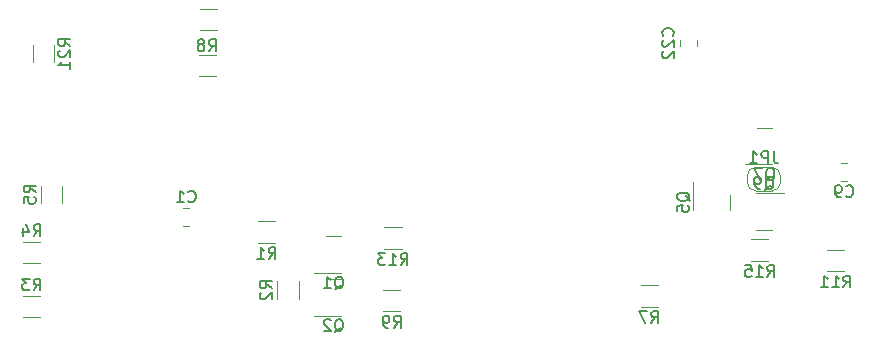
<source format=gbr>
%TF.GenerationSoftware,KiCad,Pcbnew,7.0.9*%
%TF.CreationDate,2023-11-26T22:18:52+01:00*%
%TF.ProjectId,Wzmacniacz_PW3017_modyfikacja,577a6d61-636e-4696-9163-7a5f50573330,rev?*%
%TF.SameCoordinates,Original*%
%TF.FileFunction,Legend,Bot*%
%TF.FilePolarity,Positive*%
%FSLAX46Y46*%
G04 Gerber Fmt 4.6, Leading zero omitted, Abs format (unit mm)*
G04 Created by KiCad (PCBNEW 7.0.9) date 2023-11-26 22:18:52*
%MOMM*%
%LPD*%
G01*
G04 APERTURE LIST*
%ADD10C,0.150000*%
%ADD11C,0.120000*%
G04 APERTURE END LIST*
D10*
X167642857Y-113574819D02*
X167976190Y-113098628D01*
X168214285Y-113574819D02*
X168214285Y-112574819D01*
X168214285Y-112574819D02*
X167833333Y-112574819D01*
X167833333Y-112574819D02*
X167738095Y-112622438D01*
X167738095Y-112622438D02*
X167690476Y-112670057D01*
X167690476Y-112670057D02*
X167642857Y-112765295D01*
X167642857Y-112765295D02*
X167642857Y-112908152D01*
X167642857Y-112908152D02*
X167690476Y-113003390D01*
X167690476Y-113003390D02*
X167738095Y-113051009D01*
X167738095Y-113051009D02*
X167833333Y-113098628D01*
X167833333Y-113098628D02*
X168214285Y-113098628D01*
X166690476Y-113574819D02*
X167261904Y-113574819D01*
X166976190Y-113574819D02*
X166976190Y-112574819D01*
X166976190Y-112574819D02*
X167071428Y-112717676D01*
X167071428Y-112717676D02*
X167166666Y-112812914D01*
X167166666Y-112812914D02*
X167261904Y-112860533D01*
X166357142Y-112574819D02*
X165738095Y-112574819D01*
X165738095Y-112574819D02*
X166071428Y-112955771D01*
X166071428Y-112955771D02*
X165928571Y-112955771D01*
X165928571Y-112955771D02*
X165833333Y-113003390D01*
X165833333Y-113003390D02*
X165785714Y-113051009D01*
X165785714Y-113051009D02*
X165738095Y-113146247D01*
X165738095Y-113146247D02*
X165738095Y-113384342D01*
X165738095Y-113384342D02*
X165785714Y-113479580D01*
X165785714Y-113479580D02*
X165833333Y-113527200D01*
X165833333Y-113527200D02*
X165928571Y-113574819D01*
X165928571Y-113574819D02*
X166214285Y-113574819D01*
X166214285Y-113574819D02*
X166309523Y-113527200D01*
X166309523Y-113527200D02*
X166357142Y-113479580D01*
X156734819Y-115533333D02*
X156258628Y-115200000D01*
X156734819Y-114961905D02*
X155734819Y-114961905D01*
X155734819Y-114961905D02*
X155734819Y-115342857D01*
X155734819Y-115342857D02*
X155782438Y-115438095D01*
X155782438Y-115438095D02*
X155830057Y-115485714D01*
X155830057Y-115485714D02*
X155925295Y-115533333D01*
X155925295Y-115533333D02*
X156068152Y-115533333D01*
X156068152Y-115533333D02*
X156163390Y-115485714D01*
X156163390Y-115485714D02*
X156211009Y-115438095D01*
X156211009Y-115438095D02*
X156258628Y-115342857D01*
X156258628Y-115342857D02*
X156258628Y-114961905D01*
X155830057Y-115914286D02*
X155782438Y-115961905D01*
X155782438Y-115961905D02*
X155734819Y-116057143D01*
X155734819Y-116057143D02*
X155734819Y-116295238D01*
X155734819Y-116295238D02*
X155782438Y-116390476D01*
X155782438Y-116390476D02*
X155830057Y-116438095D01*
X155830057Y-116438095D02*
X155925295Y-116485714D01*
X155925295Y-116485714D02*
X156020533Y-116485714D01*
X156020533Y-116485714D02*
X156163390Y-116438095D01*
X156163390Y-116438095D02*
X156734819Y-115866667D01*
X156734819Y-115866667D02*
X156734819Y-116485714D01*
X190679580Y-94157142D02*
X190727200Y-94109523D01*
X190727200Y-94109523D02*
X190774819Y-93966666D01*
X190774819Y-93966666D02*
X190774819Y-93871428D01*
X190774819Y-93871428D02*
X190727200Y-93728571D01*
X190727200Y-93728571D02*
X190631961Y-93633333D01*
X190631961Y-93633333D02*
X190536723Y-93585714D01*
X190536723Y-93585714D02*
X190346247Y-93538095D01*
X190346247Y-93538095D02*
X190203390Y-93538095D01*
X190203390Y-93538095D02*
X190012914Y-93585714D01*
X190012914Y-93585714D02*
X189917676Y-93633333D01*
X189917676Y-93633333D02*
X189822438Y-93728571D01*
X189822438Y-93728571D02*
X189774819Y-93871428D01*
X189774819Y-93871428D02*
X189774819Y-93966666D01*
X189774819Y-93966666D02*
X189822438Y-94109523D01*
X189822438Y-94109523D02*
X189870057Y-94157142D01*
X189870057Y-94538095D02*
X189822438Y-94585714D01*
X189822438Y-94585714D02*
X189774819Y-94680952D01*
X189774819Y-94680952D02*
X189774819Y-94919047D01*
X189774819Y-94919047D02*
X189822438Y-95014285D01*
X189822438Y-95014285D02*
X189870057Y-95061904D01*
X189870057Y-95061904D02*
X189965295Y-95109523D01*
X189965295Y-95109523D02*
X190060533Y-95109523D01*
X190060533Y-95109523D02*
X190203390Y-95061904D01*
X190203390Y-95061904D02*
X190774819Y-94490476D01*
X190774819Y-94490476D02*
X190774819Y-95109523D01*
X189870057Y-95490476D02*
X189822438Y-95538095D01*
X189822438Y-95538095D02*
X189774819Y-95633333D01*
X189774819Y-95633333D02*
X189774819Y-95871428D01*
X189774819Y-95871428D02*
X189822438Y-95966666D01*
X189822438Y-95966666D02*
X189870057Y-96014285D01*
X189870057Y-96014285D02*
X189965295Y-96061904D01*
X189965295Y-96061904D02*
X190060533Y-96061904D01*
X190060533Y-96061904D02*
X190203390Y-96014285D01*
X190203390Y-96014285D02*
X190774819Y-95442857D01*
X190774819Y-95442857D02*
X190774819Y-96061904D01*
X192150057Y-108167261D02*
X192102438Y-108072023D01*
X192102438Y-108072023D02*
X192007200Y-107976785D01*
X192007200Y-107976785D02*
X191864342Y-107833928D01*
X191864342Y-107833928D02*
X191816723Y-107738690D01*
X191816723Y-107738690D02*
X191816723Y-107643452D01*
X192054819Y-107691071D02*
X192007200Y-107595833D01*
X192007200Y-107595833D02*
X191911961Y-107500595D01*
X191911961Y-107500595D02*
X191721485Y-107452976D01*
X191721485Y-107452976D02*
X191388152Y-107452976D01*
X191388152Y-107452976D02*
X191197676Y-107500595D01*
X191197676Y-107500595D02*
X191102438Y-107595833D01*
X191102438Y-107595833D02*
X191054819Y-107691071D01*
X191054819Y-107691071D02*
X191054819Y-107881547D01*
X191054819Y-107881547D02*
X191102438Y-107976785D01*
X191102438Y-107976785D02*
X191197676Y-108072023D01*
X191197676Y-108072023D02*
X191388152Y-108119642D01*
X191388152Y-108119642D02*
X191721485Y-108119642D01*
X191721485Y-108119642D02*
X191911961Y-108072023D01*
X191911961Y-108072023D02*
X192007200Y-107976785D01*
X192007200Y-107976785D02*
X192054819Y-107881547D01*
X192054819Y-107881547D02*
X192054819Y-107691071D01*
X191054819Y-109024404D02*
X191054819Y-108548214D01*
X191054819Y-108548214D02*
X191531009Y-108500595D01*
X191531009Y-108500595D02*
X191483390Y-108548214D01*
X191483390Y-108548214D02*
X191435771Y-108643452D01*
X191435771Y-108643452D02*
X191435771Y-108881547D01*
X191435771Y-108881547D02*
X191483390Y-108976785D01*
X191483390Y-108976785D02*
X191531009Y-109024404D01*
X191531009Y-109024404D02*
X191626247Y-109072023D01*
X191626247Y-109072023D02*
X191864342Y-109072023D01*
X191864342Y-109072023D02*
X191959580Y-109024404D01*
X191959580Y-109024404D02*
X192007200Y-108976785D01*
X192007200Y-108976785D02*
X192054819Y-108881547D01*
X192054819Y-108881547D02*
X192054819Y-108643452D01*
X192054819Y-108643452D02*
X192007200Y-108548214D01*
X192007200Y-108548214D02*
X191959580Y-108500595D01*
X198692857Y-114574819D02*
X199026190Y-114098628D01*
X199264285Y-114574819D02*
X199264285Y-113574819D01*
X199264285Y-113574819D02*
X198883333Y-113574819D01*
X198883333Y-113574819D02*
X198788095Y-113622438D01*
X198788095Y-113622438D02*
X198740476Y-113670057D01*
X198740476Y-113670057D02*
X198692857Y-113765295D01*
X198692857Y-113765295D02*
X198692857Y-113908152D01*
X198692857Y-113908152D02*
X198740476Y-114003390D01*
X198740476Y-114003390D02*
X198788095Y-114051009D01*
X198788095Y-114051009D02*
X198883333Y-114098628D01*
X198883333Y-114098628D02*
X199264285Y-114098628D01*
X197740476Y-114574819D02*
X198311904Y-114574819D01*
X198026190Y-114574819D02*
X198026190Y-113574819D01*
X198026190Y-113574819D02*
X198121428Y-113717676D01*
X198121428Y-113717676D02*
X198216666Y-113812914D01*
X198216666Y-113812914D02*
X198311904Y-113860533D01*
X196835714Y-113574819D02*
X197311904Y-113574819D01*
X197311904Y-113574819D02*
X197359523Y-114051009D01*
X197359523Y-114051009D02*
X197311904Y-114003390D01*
X197311904Y-114003390D02*
X197216666Y-113955771D01*
X197216666Y-113955771D02*
X196978571Y-113955771D01*
X196978571Y-113955771D02*
X196883333Y-114003390D01*
X196883333Y-114003390D02*
X196835714Y-114051009D01*
X196835714Y-114051009D02*
X196788095Y-114146247D01*
X196788095Y-114146247D02*
X196788095Y-114384342D01*
X196788095Y-114384342D02*
X196835714Y-114479580D01*
X196835714Y-114479580D02*
X196883333Y-114527200D01*
X196883333Y-114527200D02*
X196978571Y-114574819D01*
X196978571Y-114574819D02*
X197216666Y-114574819D01*
X197216666Y-114574819D02*
X197311904Y-114527200D01*
X197311904Y-114527200D02*
X197359523Y-114479580D01*
X162057738Y-119250057D02*
X162152976Y-119202438D01*
X162152976Y-119202438D02*
X162248214Y-119107200D01*
X162248214Y-119107200D02*
X162391071Y-118964342D01*
X162391071Y-118964342D02*
X162486309Y-118916723D01*
X162486309Y-118916723D02*
X162581547Y-118916723D01*
X162533928Y-119154819D02*
X162629166Y-119107200D01*
X162629166Y-119107200D02*
X162724404Y-119011961D01*
X162724404Y-119011961D02*
X162772023Y-118821485D01*
X162772023Y-118821485D02*
X162772023Y-118488152D01*
X162772023Y-118488152D02*
X162724404Y-118297676D01*
X162724404Y-118297676D02*
X162629166Y-118202438D01*
X162629166Y-118202438D02*
X162533928Y-118154819D01*
X162533928Y-118154819D02*
X162343452Y-118154819D01*
X162343452Y-118154819D02*
X162248214Y-118202438D01*
X162248214Y-118202438D02*
X162152976Y-118297676D01*
X162152976Y-118297676D02*
X162105357Y-118488152D01*
X162105357Y-118488152D02*
X162105357Y-118821485D01*
X162105357Y-118821485D02*
X162152976Y-119011961D01*
X162152976Y-119011961D02*
X162248214Y-119107200D01*
X162248214Y-119107200D02*
X162343452Y-119154819D01*
X162343452Y-119154819D02*
X162533928Y-119154819D01*
X161724404Y-118250057D02*
X161676785Y-118202438D01*
X161676785Y-118202438D02*
X161581547Y-118154819D01*
X161581547Y-118154819D02*
X161343452Y-118154819D01*
X161343452Y-118154819D02*
X161248214Y-118202438D01*
X161248214Y-118202438D02*
X161200595Y-118250057D01*
X161200595Y-118250057D02*
X161152976Y-118345295D01*
X161152976Y-118345295D02*
X161152976Y-118440533D01*
X161152976Y-118440533D02*
X161200595Y-118583390D01*
X161200595Y-118583390D02*
X161772023Y-119154819D01*
X161772023Y-119154819D02*
X161152976Y-119154819D01*
X136566666Y-111134819D02*
X136899999Y-110658628D01*
X137138094Y-111134819D02*
X137138094Y-110134819D01*
X137138094Y-110134819D02*
X136757142Y-110134819D01*
X136757142Y-110134819D02*
X136661904Y-110182438D01*
X136661904Y-110182438D02*
X136614285Y-110230057D01*
X136614285Y-110230057D02*
X136566666Y-110325295D01*
X136566666Y-110325295D02*
X136566666Y-110468152D01*
X136566666Y-110468152D02*
X136614285Y-110563390D01*
X136614285Y-110563390D02*
X136661904Y-110611009D01*
X136661904Y-110611009D02*
X136757142Y-110658628D01*
X136757142Y-110658628D02*
X137138094Y-110658628D01*
X135709523Y-110468152D02*
X135709523Y-111134819D01*
X135947618Y-110087200D02*
X136185713Y-110801485D01*
X136185713Y-110801485D02*
X135566666Y-110801485D01*
X136566666Y-115734819D02*
X136899999Y-115258628D01*
X137138094Y-115734819D02*
X137138094Y-114734819D01*
X137138094Y-114734819D02*
X136757142Y-114734819D01*
X136757142Y-114734819D02*
X136661904Y-114782438D01*
X136661904Y-114782438D02*
X136614285Y-114830057D01*
X136614285Y-114830057D02*
X136566666Y-114925295D01*
X136566666Y-114925295D02*
X136566666Y-115068152D01*
X136566666Y-115068152D02*
X136614285Y-115163390D01*
X136614285Y-115163390D02*
X136661904Y-115211009D01*
X136661904Y-115211009D02*
X136757142Y-115258628D01*
X136757142Y-115258628D02*
X137138094Y-115258628D01*
X136233332Y-114734819D02*
X135614285Y-114734819D01*
X135614285Y-114734819D02*
X135947618Y-115115771D01*
X135947618Y-115115771D02*
X135804761Y-115115771D01*
X135804761Y-115115771D02*
X135709523Y-115163390D01*
X135709523Y-115163390D02*
X135661904Y-115211009D01*
X135661904Y-115211009D02*
X135614285Y-115306247D01*
X135614285Y-115306247D02*
X135614285Y-115544342D01*
X135614285Y-115544342D02*
X135661904Y-115639580D01*
X135661904Y-115639580D02*
X135709523Y-115687200D01*
X135709523Y-115687200D02*
X135804761Y-115734819D01*
X135804761Y-115734819D02*
X136090475Y-115734819D01*
X136090475Y-115734819D02*
X136185713Y-115687200D01*
X136185713Y-115687200D02*
X136233332Y-115639580D01*
X167066666Y-118874819D02*
X167399999Y-118398628D01*
X167638094Y-118874819D02*
X167638094Y-117874819D01*
X167638094Y-117874819D02*
X167257142Y-117874819D01*
X167257142Y-117874819D02*
X167161904Y-117922438D01*
X167161904Y-117922438D02*
X167114285Y-117970057D01*
X167114285Y-117970057D02*
X167066666Y-118065295D01*
X167066666Y-118065295D02*
X167066666Y-118208152D01*
X167066666Y-118208152D02*
X167114285Y-118303390D01*
X167114285Y-118303390D02*
X167161904Y-118351009D01*
X167161904Y-118351009D02*
X167257142Y-118398628D01*
X167257142Y-118398628D02*
X167638094Y-118398628D01*
X166590475Y-118874819D02*
X166399999Y-118874819D01*
X166399999Y-118874819D02*
X166304761Y-118827200D01*
X166304761Y-118827200D02*
X166257142Y-118779580D01*
X166257142Y-118779580D02*
X166161904Y-118636723D01*
X166161904Y-118636723D02*
X166114285Y-118446247D01*
X166114285Y-118446247D02*
X166114285Y-118065295D01*
X166114285Y-118065295D02*
X166161904Y-117970057D01*
X166161904Y-117970057D02*
X166209523Y-117922438D01*
X166209523Y-117922438D02*
X166304761Y-117874819D01*
X166304761Y-117874819D02*
X166495237Y-117874819D01*
X166495237Y-117874819D02*
X166590475Y-117922438D01*
X166590475Y-117922438D02*
X166638094Y-117970057D01*
X166638094Y-117970057D02*
X166685713Y-118065295D01*
X166685713Y-118065295D02*
X166685713Y-118303390D01*
X166685713Y-118303390D02*
X166638094Y-118398628D01*
X166638094Y-118398628D02*
X166590475Y-118446247D01*
X166590475Y-118446247D02*
X166495237Y-118493866D01*
X166495237Y-118493866D02*
X166304761Y-118493866D01*
X166304761Y-118493866D02*
X166209523Y-118446247D01*
X166209523Y-118446247D02*
X166161904Y-118398628D01*
X166161904Y-118398628D02*
X166114285Y-118303390D01*
X156466666Y-113074819D02*
X156799999Y-112598628D01*
X157038094Y-113074819D02*
X157038094Y-112074819D01*
X157038094Y-112074819D02*
X156657142Y-112074819D01*
X156657142Y-112074819D02*
X156561904Y-112122438D01*
X156561904Y-112122438D02*
X156514285Y-112170057D01*
X156514285Y-112170057D02*
X156466666Y-112265295D01*
X156466666Y-112265295D02*
X156466666Y-112408152D01*
X156466666Y-112408152D02*
X156514285Y-112503390D01*
X156514285Y-112503390D02*
X156561904Y-112551009D01*
X156561904Y-112551009D02*
X156657142Y-112598628D01*
X156657142Y-112598628D02*
X157038094Y-112598628D01*
X155514285Y-113074819D02*
X156085713Y-113074819D01*
X155799999Y-113074819D02*
X155799999Y-112074819D01*
X155799999Y-112074819D02*
X155895237Y-112217676D01*
X155895237Y-112217676D02*
X155990475Y-112312914D01*
X155990475Y-112312914D02*
X156085713Y-112360533D01*
X139674819Y-95057142D02*
X139198628Y-94723809D01*
X139674819Y-94485714D02*
X138674819Y-94485714D01*
X138674819Y-94485714D02*
X138674819Y-94866666D01*
X138674819Y-94866666D02*
X138722438Y-94961904D01*
X138722438Y-94961904D02*
X138770057Y-95009523D01*
X138770057Y-95009523D02*
X138865295Y-95057142D01*
X138865295Y-95057142D02*
X139008152Y-95057142D01*
X139008152Y-95057142D02*
X139103390Y-95009523D01*
X139103390Y-95009523D02*
X139151009Y-94961904D01*
X139151009Y-94961904D02*
X139198628Y-94866666D01*
X139198628Y-94866666D02*
X139198628Y-94485714D01*
X138770057Y-95438095D02*
X138722438Y-95485714D01*
X138722438Y-95485714D02*
X138674819Y-95580952D01*
X138674819Y-95580952D02*
X138674819Y-95819047D01*
X138674819Y-95819047D02*
X138722438Y-95914285D01*
X138722438Y-95914285D02*
X138770057Y-95961904D01*
X138770057Y-95961904D02*
X138865295Y-96009523D01*
X138865295Y-96009523D02*
X138960533Y-96009523D01*
X138960533Y-96009523D02*
X139103390Y-95961904D01*
X139103390Y-95961904D02*
X139674819Y-95390476D01*
X139674819Y-95390476D02*
X139674819Y-96009523D01*
X139674819Y-96961904D02*
X139674819Y-96390476D01*
X139674819Y-96676190D02*
X138674819Y-96676190D01*
X138674819Y-96676190D02*
X138817676Y-96580952D01*
X138817676Y-96580952D02*
X138912914Y-96485714D01*
X138912914Y-96485714D02*
X138960533Y-96390476D01*
X205142857Y-115474819D02*
X205476190Y-114998628D01*
X205714285Y-115474819D02*
X205714285Y-114474819D01*
X205714285Y-114474819D02*
X205333333Y-114474819D01*
X205333333Y-114474819D02*
X205238095Y-114522438D01*
X205238095Y-114522438D02*
X205190476Y-114570057D01*
X205190476Y-114570057D02*
X205142857Y-114665295D01*
X205142857Y-114665295D02*
X205142857Y-114808152D01*
X205142857Y-114808152D02*
X205190476Y-114903390D01*
X205190476Y-114903390D02*
X205238095Y-114951009D01*
X205238095Y-114951009D02*
X205333333Y-114998628D01*
X205333333Y-114998628D02*
X205714285Y-114998628D01*
X204190476Y-115474819D02*
X204761904Y-115474819D01*
X204476190Y-115474819D02*
X204476190Y-114474819D01*
X204476190Y-114474819D02*
X204571428Y-114617676D01*
X204571428Y-114617676D02*
X204666666Y-114712914D01*
X204666666Y-114712914D02*
X204761904Y-114760533D01*
X203238095Y-115474819D02*
X203809523Y-115474819D01*
X203523809Y-115474819D02*
X203523809Y-114474819D01*
X203523809Y-114474819D02*
X203619047Y-114617676D01*
X203619047Y-114617676D02*
X203714285Y-114712914D01*
X203714285Y-114712914D02*
X203809523Y-114760533D01*
X136734819Y-107433333D02*
X136258628Y-107100000D01*
X136734819Y-106861905D02*
X135734819Y-106861905D01*
X135734819Y-106861905D02*
X135734819Y-107242857D01*
X135734819Y-107242857D02*
X135782438Y-107338095D01*
X135782438Y-107338095D02*
X135830057Y-107385714D01*
X135830057Y-107385714D02*
X135925295Y-107433333D01*
X135925295Y-107433333D02*
X136068152Y-107433333D01*
X136068152Y-107433333D02*
X136163390Y-107385714D01*
X136163390Y-107385714D02*
X136211009Y-107338095D01*
X136211009Y-107338095D02*
X136258628Y-107242857D01*
X136258628Y-107242857D02*
X136258628Y-106861905D01*
X135734819Y-108338095D02*
X135734819Y-107861905D01*
X135734819Y-107861905D02*
X136211009Y-107814286D01*
X136211009Y-107814286D02*
X136163390Y-107861905D01*
X136163390Y-107861905D02*
X136115771Y-107957143D01*
X136115771Y-107957143D02*
X136115771Y-108195238D01*
X136115771Y-108195238D02*
X136163390Y-108290476D01*
X136163390Y-108290476D02*
X136211009Y-108338095D01*
X136211009Y-108338095D02*
X136306247Y-108385714D01*
X136306247Y-108385714D02*
X136544342Y-108385714D01*
X136544342Y-108385714D02*
X136639580Y-108338095D01*
X136639580Y-108338095D02*
X136687200Y-108290476D01*
X136687200Y-108290476D02*
X136734819Y-108195238D01*
X136734819Y-108195238D02*
X136734819Y-107957143D01*
X136734819Y-107957143D02*
X136687200Y-107861905D01*
X136687200Y-107861905D02*
X136639580Y-107814286D01*
X162057738Y-115650057D02*
X162152976Y-115602438D01*
X162152976Y-115602438D02*
X162248214Y-115507200D01*
X162248214Y-115507200D02*
X162391071Y-115364342D01*
X162391071Y-115364342D02*
X162486309Y-115316723D01*
X162486309Y-115316723D02*
X162581547Y-115316723D01*
X162533928Y-115554819D02*
X162629166Y-115507200D01*
X162629166Y-115507200D02*
X162724404Y-115411961D01*
X162724404Y-115411961D02*
X162772023Y-115221485D01*
X162772023Y-115221485D02*
X162772023Y-114888152D01*
X162772023Y-114888152D02*
X162724404Y-114697676D01*
X162724404Y-114697676D02*
X162629166Y-114602438D01*
X162629166Y-114602438D02*
X162533928Y-114554819D01*
X162533928Y-114554819D02*
X162343452Y-114554819D01*
X162343452Y-114554819D02*
X162248214Y-114602438D01*
X162248214Y-114602438D02*
X162152976Y-114697676D01*
X162152976Y-114697676D02*
X162105357Y-114888152D01*
X162105357Y-114888152D02*
X162105357Y-115221485D01*
X162105357Y-115221485D02*
X162152976Y-115411961D01*
X162152976Y-115411961D02*
X162248214Y-115507200D01*
X162248214Y-115507200D02*
X162343452Y-115554819D01*
X162343452Y-115554819D02*
X162533928Y-115554819D01*
X161152976Y-115554819D02*
X161724404Y-115554819D01*
X161438690Y-115554819D02*
X161438690Y-114554819D01*
X161438690Y-114554819D02*
X161533928Y-114697676D01*
X161533928Y-114697676D02*
X161629166Y-114792914D01*
X161629166Y-114792914D02*
X161724404Y-114840533D01*
X149666666Y-108179580D02*
X149714285Y-108227200D01*
X149714285Y-108227200D02*
X149857142Y-108274819D01*
X149857142Y-108274819D02*
X149952380Y-108274819D01*
X149952380Y-108274819D02*
X150095237Y-108227200D01*
X150095237Y-108227200D02*
X150190475Y-108131961D01*
X150190475Y-108131961D02*
X150238094Y-108036723D01*
X150238094Y-108036723D02*
X150285713Y-107846247D01*
X150285713Y-107846247D02*
X150285713Y-107703390D01*
X150285713Y-107703390D02*
X150238094Y-107512914D01*
X150238094Y-107512914D02*
X150190475Y-107417676D01*
X150190475Y-107417676D02*
X150095237Y-107322438D01*
X150095237Y-107322438D02*
X149952380Y-107274819D01*
X149952380Y-107274819D02*
X149857142Y-107274819D01*
X149857142Y-107274819D02*
X149714285Y-107322438D01*
X149714285Y-107322438D02*
X149666666Y-107370057D01*
X148714285Y-108274819D02*
X149285713Y-108274819D01*
X148999999Y-108274819D02*
X148999999Y-107274819D01*
X148999999Y-107274819D02*
X149095237Y-107417676D01*
X149095237Y-107417676D02*
X149190475Y-107512914D01*
X149190475Y-107512914D02*
X149285713Y-107560533D01*
X198557738Y-106450057D02*
X198652976Y-106402438D01*
X198652976Y-106402438D02*
X198748214Y-106307200D01*
X198748214Y-106307200D02*
X198891071Y-106164342D01*
X198891071Y-106164342D02*
X198986309Y-106116723D01*
X198986309Y-106116723D02*
X199081547Y-106116723D01*
X199033928Y-106354819D02*
X199129166Y-106307200D01*
X199129166Y-106307200D02*
X199224404Y-106211961D01*
X199224404Y-106211961D02*
X199272023Y-106021485D01*
X199272023Y-106021485D02*
X199272023Y-105688152D01*
X199272023Y-105688152D02*
X199224404Y-105497676D01*
X199224404Y-105497676D02*
X199129166Y-105402438D01*
X199129166Y-105402438D02*
X199033928Y-105354819D01*
X199033928Y-105354819D02*
X198843452Y-105354819D01*
X198843452Y-105354819D02*
X198748214Y-105402438D01*
X198748214Y-105402438D02*
X198652976Y-105497676D01*
X198652976Y-105497676D02*
X198605357Y-105688152D01*
X198605357Y-105688152D02*
X198605357Y-106021485D01*
X198605357Y-106021485D02*
X198652976Y-106211961D01*
X198652976Y-106211961D02*
X198748214Y-106307200D01*
X198748214Y-106307200D02*
X198843452Y-106354819D01*
X198843452Y-106354819D02*
X199033928Y-106354819D01*
X198272023Y-105354819D02*
X197605357Y-105354819D01*
X197605357Y-105354819D02*
X198033928Y-106354819D01*
X151406666Y-95474819D02*
X151739999Y-94998628D01*
X151978094Y-95474819D02*
X151978094Y-94474819D01*
X151978094Y-94474819D02*
X151597142Y-94474819D01*
X151597142Y-94474819D02*
X151501904Y-94522438D01*
X151501904Y-94522438D02*
X151454285Y-94570057D01*
X151454285Y-94570057D02*
X151406666Y-94665295D01*
X151406666Y-94665295D02*
X151406666Y-94808152D01*
X151406666Y-94808152D02*
X151454285Y-94903390D01*
X151454285Y-94903390D02*
X151501904Y-94951009D01*
X151501904Y-94951009D02*
X151597142Y-94998628D01*
X151597142Y-94998628D02*
X151978094Y-94998628D01*
X150835237Y-94903390D02*
X150930475Y-94855771D01*
X150930475Y-94855771D02*
X150978094Y-94808152D01*
X150978094Y-94808152D02*
X151025713Y-94712914D01*
X151025713Y-94712914D02*
X151025713Y-94665295D01*
X151025713Y-94665295D02*
X150978094Y-94570057D01*
X150978094Y-94570057D02*
X150930475Y-94522438D01*
X150930475Y-94522438D02*
X150835237Y-94474819D01*
X150835237Y-94474819D02*
X150644761Y-94474819D01*
X150644761Y-94474819D02*
X150549523Y-94522438D01*
X150549523Y-94522438D02*
X150501904Y-94570057D01*
X150501904Y-94570057D02*
X150454285Y-94665295D01*
X150454285Y-94665295D02*
X150454285Y-94712914D01*
X150454285Y-94712914D02*
X150501904Y-94808152D01*
X150501904Y-94808152D02*
X150549523Y-94855771D01*
X150549523Y-94855771D02*
X150644761Y-94903390D01*
X150644761Y-94903390D02*
X150835237Y-94903390D01*
X150835237Y-94903390D02*
X150930475Y-94951009D01*
X150930475Y-94951009D02*
X150978094Y-94998628D01*
X150978094Y-94998628D02*
X151025713Y-95093866D01*
X151025713Y-95093866D02*
X151025713Y-95284342D01*
X151025713Y-95284342D02*
X150978094Y-95379580D01*
X150978094Y-95379580D02*
X150930475Y-95427200D01*
X150930475Y-95427200D02*
X150835237Y-95474819D01*
X150835237Y-95474819D02*
X150644761Y-95474819D01*
X150644761Y-95474819D02*
X150549523Y-95427200D01*
X150549523Y-95427200D02*
X150501904Y-95379580D01*
X150501904Y-95379580D02*
X150454285Y-95284342D01*
X150454285Y-95284342D02*
X150454285Y-95093866D01*
X150454285Y-95093866D02*
X150501904Y-94998628D01*
X150501904Y-94998628D02*
X150549523Y-94951009D01*
X150549523Y-94951009D02*
X150644761Y-94903390D01*
X199233333Y-103954819D02*
X199233333Y-104669104D01*
X199233333Y-104669104D02*
X199280952Y-104811961D01*
X199280952Y-104811961D02*
X199376190Y-104907200D01*
X199376190Y-104907200D02*
X199519047Y-104954819D01*
X199519047Y-104954819D02*
X199614285Y-104954819D01*
X198757142Y-104954819D02*
X198757142Y-103954819D01*
X198757142Y-103954819D02*
X198376190Y-103954819D01*
X198376190Y-103954819D02*
X198280952Y-104002438D01*
X198280952Y-104002438D02*
X198233333Y-104050057D01*
X198233333Y-104050057D02*
X198185714Y-104145295D01*
X198185714Y-104145295D02*
X198185714Y-104288152D01*
X198185714Y-104288152D02*
X198233333Y-104383390D01*
X198233333Y-104383390D02*
X198280952Y-104431009D01*
X198280952Y-104431009D02*
X198376190Y-104478628D01*
X198376190Y-104478628D02*
X198757142Y-104478628D01*
X197233333Y-104954819D02*
X197804761Y-104954819D01*
X197519047Y-104954819D02*
X197519047Y-103954819D01*
X197519047Y-103954819D02*
X197614285Y-104097676D01*
X197614285Y-104097676D02*
X197709523Y-104192914D01*
X197709523Y-104192914D02*
X197804761Y-104240533D01*
X188866666Y-118474819D02*
X189199999Y-117998628D01*
X189438094Y-118474819D02*
X189438094Y-117474819D01*
X189438094Y-117474819D02*
X189057142Y-117474819D01*
X189057142Y-117474819D02*
X188961904Y-117522438D01*
X188961904Y-117522438D02*
X188914285Y-117570057D01*
X188914285Y-117570057D02*
X188866666Y-117665295D01*
X188866666Y-117665295D02*
X188866666Y-117808152D01*
X188866666Y-117808152D02*
X188914285Y-117903390D01*
X188914285Y-117903390D02*
X188961904Y-117951009D01*
X188961904Y-117951009D02*
X189057142Y-117998628D01*
X189057142Y-117998628D02*
X189438094Y-117998628D01*
X188533332Y-117474819D02*
X187866666Y-117474819D01*
X187866666Y-117474819D02*
X188295237Y-118474819D01*
X198495238Y-107200057D02*
X198590476Y-107152438D01*
X198590476Y-107152438D02*
X198685714Y-107057200D01*
X198685714Y-107057200D02*
X198828571Y-106914342D01*
X198828571Y-106914342D02*
X198923809Y-106866723D01*
X198923809Y-106866723D02*
X199019047Y-106866723D01*
X198971428Y-107104819D02*
X199066666Y-107057200D01*
X199066666Y-107057200D02*
X199161904Y-106961961D01*
X199161904Y-106961961D02*
X199209523Y-106771485D01*
X199209523Y-106771485D02*
X199209523Y-106438152D01*
X199209523Y-106438152D02*
X199161904Y-106247676D01*
X199161904Y-106247676D02*
X199066666Y-106152438D01*
X199066666Y-106152438D02*
X198971428Y-106104819D01*
X198971428Y-106104819D02*
X198780952Y-106104819D01*
X198780952Y-106104819D02*
X198685714Y-106152438D01*
X198685714Y-106152438D02*
X198590476Y-106247676D01*
X198590476Y-106247676D02*
X198542857Y-106438152D01*
X198542857Y-106438152D02*
X198542857Y-106771485D01*
X198542857Y-106771485D02*
X198590476Y-106961961D01*
X198590476Y-106961961D02*
X198685714Y-107057200D01*
X198685714Y-107057200D02*
X198780952Y-107104819D01*
X198780952Y-107104819D02*
X198971428Y-107104819D01*
X198066666Y-107104819D02*
X197876190Y-107104819D01*
X197876190Y-107104819D02*
X197780952Y-107057200D01*
X197780952Y-107057200D02*
X197733333Y-107009580D01*
X197733333Y-107009580D02*
X197638095Y-106866723D01*
X197638095Y-106866723D02*
X197590476Y-106676247D01*
X197590476Y-106676247D02*
X197590476Y-106295295D01*
X197590476Y-106295295D02*
X197638095Y-106200057D01*
X197638095Y-106200057D02*
X197685714Y-106152438D01*
X197685714Y-106152438D02*
X197780952Y-106104819D01*
X197780952Y-106104819D02*
X197971428Y-106104819D01*
X197971428Y-106104819D02*
X198066666Y-106152438D01*
X198066666Y-106152438D02*
X198114285Y-106200057D01*
X198114285Y-106200057D02*
X198161904Y-106295295D01*
X198161904Y-106295295D02*
X198161904Y-106533390D01*
X198161904Y-106533390D02*
X198114285Y-106628628D01*
X198114285Y-106628628D02*
X198066666Y-106676247D01*
X198066666Y-106676247D02*
X197971428Y-106723866D01*
X197971428Y-106723866D02*
X197780952Y-106723866D01*
X197780952Y-106723866D02*
X197685714Y-106676247D01*
X197685714Y-106676247D02*
X197638095Y-106628628D01*
X197638095Y-106628628D02*
X197590476Y-106533390D01*
X205366666Y-107739580D02*
X205414285Y-107787200D01*
X205414285Y-107787200D02*
X205557142Y-107834819D01*
X205557142Y-107834819D02*
X205652380Y-107834819D01*
X205652380Y-107834819D02*
X205795237Y-107787200D01*
X205795237Y-107787200D02*
X205890475Y-107691961D01*
X205890475Y-107691961D02*
X205938094Y-107596723D01*
X205938094Y-107596723D02*
X205985713Y-107406247D01*
X205985713Y-107406247D02*
X205985713Y-107263390D01*
X205985713Y-107263390D02*
X205938094Y-107072914D01*
X205938094Y-107072914D02*
X205890475Y-106977676D01*
X205890475Y-106977676D02*
X205795237Y-106882438D01*
X205795237Y-106882438D02*
X205652380Y-106834819D01*
X205652380Y-106834819D02*
X205557142Y-106834819D01*
X205557142Y-106834819D02*
X205414285Y-106882438D01*
X205414285Y-106882438D02*
X205366666Y-106930057D01*
X204890475Y-107834819D02*
X204699999Y-107834819D01*
X204699999Y-107834819D02*
X204604761Y-107787200D01*
X204604761Y-107787200D02*
X204557142Y-107739580D01*
X204557142Y-107739580D02*
X204461904Y-107596723D01*
X204461904Y-107596723D02*
X204414285Y-107406247D01*
X204414285Y-107406247D02*
X204414285Y-107025295D01*
X204414285Y-107025295D02*
X204461904Y-106930057D01*
X204461904Y-106930057D02*
X204509523Y-106882438D01*
X204509523Y-106882438D02*
X204604761Y-106834819D01*
X204604761Y-106834819D02*
X204795237Y-106834819D01*
X204795237Y-106834819D02*
X204890475Y-106882438D01*
X204890475Y-106882438D02*
X204938094Y-106930057D01*
X204938094Y-106930057D02*
X204985713Y-107025295D01*
X204985713Y-107025295D02*
X204985713Y-107263390D01*
X204985713Y-107263390D02*
X204938094Y-107358628D01*
X204938094Y-107358628D02*
X204890475Y-107406247D01*
X204890475Y-107406247D02*
X204795237Y-107453866D01*
X204795237Y-107453866D02*
X204604761Y-107453866D01*
X204604761Y-107453866D02*
X204509523Y-107406247D01*
X204509523Y-107406247D02*
X204461904Y-107358628D01*
X204461904Y-107358628D02*
X204414285Y-107263390D01*
D11*
%TO.C,R13*%
X166272936Y-110390000D02*
X167727064Y-110390000D01*
X166272936Y-112210000D02*
X167727064Y-112210000D01*
%TO.C,R2*%
X159010000Y-114972936D02*
X159010000Y-116427064D01*
X157190000Y-114972936D02*
X157190000Y-116427064D01*
%TO.C,C22*%
X192735000Y-94538748D02*
X192735000Y-95061252D01*
X191265000Y-94538748D02*
X191265000Y-95061252D01*
%TO.C,R16*%
X152127064Y-93710000D02*
X150672936Y-93710000D01*
X152127064Y-91890000D02*
X150672936Y-91890000D01*
%TO.C,Q5*%
X195560000Y-108262500D02*
X195560000Y-107612500D01*
X195560000Y-108262500D02*
X195560000Y-108912500D01*
X192440000Y-108262500D02*
X192440000Y-106587500D01*
X192440000Y-108262500D02*
X192440000Y-108912500D01*
%TO.C,R15*%
X197322936Y-111390000D02*
X198777064Y-111390000D01*
X197322936Y-113210000D02*
X198777064Y-113210000D01*
%TO.C,Q2*%
X161962500Y-114740000D02*
X161312500Y-114740000D01*
X161962500Y-114740000D02*
X162612500Y-114740000D01*
X161962500Y-117860000D02*
X160287500Y-117860000D01*
X161962500Y-117860000D02*
X162612500Y-117860000D01*
%TO.C,R4*%
X137127064Y-113410000D02*
X135672936Y-113410000D01*
X137127064Y-111590000D02*
X135672936Y-111590000D01*
%TO.C,R3*%
X137127064Y-118010000D02*
X135672936Y-118010000D01*
X137127064Y-116190000D02*
X135672936Y-116190000D01*
%TO.C,R9*%
X166172936Y-115690000D02*
X167627064Y-115690000D01*
X166172936Y-117510000D02*
X167627064Y-117510000D01*
%TO.C,R1*%
X155572936Y-109890000D02*
X157027064Y-109890000D01*
X155572936Y-111710000D02*
X157027064Y-111710000D01*
%TO.C,R21*%
X136490000Y-96427064D02*
X136490000Y-94972936D01*
X138310000Y-96427064D02*
X138310000Y-94972936D01*
%TO.C,R11*%
X203772936Y-112290000D02*
X205227064Y-112290000D01*
X203772936Y-114110000D02*
X205227064Y-114110000D01*
%TO.C,R5*%
X139010000Y-106872936D02*
X139010000Y-108327064D01*
X137190000Y-106872936D02*
X137190000Y-108327064D01*
%TO.C,Q1*%
X161962500Y-111140000D02*
X161312500Y-111140000D01*
X161962500Y-111140000D02*
X162612500Y-111140000D01*
X161962500Y-114260000D02*
X160287500Y-114260000D01*
X161962500Y-114260000D02*
X162612500Y-114260000D01*
%TO.C,C1*%
X149761252Y-110235000D02*
X149238748Y-110235000D01*
X149761252Y-108765000D02*
X149238748Y-108765000D01*
%TO.C,Q7*%
X198462500Y-101940000D02*
X197812500Y-101940000D01*
X198462500Y-101940000D02*
X199112500Y-101940000D01*
X198462500Y-105060000D02*
X196787500Y-105060000D01*
X198462500Y-105060000D02*
X199112500Y-105060000D01*
%TO.C,R8*%
X152027064Y-97610000D02*
X150572936Y-97610000D01*
X152027064Y-95790000D02*
X150572936Y-95790000D01*
%TO.C,JP1*%
X199800000Y-106600000D02*
X199800000Y-106000000D01*
X199100000Y-105300000D02*
X197700000Y-105300000D01*
X197700000Y-107300000D02*
X199100000Y-107300000D01*
X197000000Y-106000000D02*
X197000000Y-106600000D01*
X199100000Y-107300000D02*
G75*
G03*
X199800000Y-106600000I1J699999D01*
G01*
X199800000Y-106000000D02*
G75*
G03*
X199100000Y-105300000I-699999J1D01*
G01*
X197000000Y-106600000D02*
G75*
G03*
X197700000Y-107300000I700000J0D01*
G01*
X197700000Y-105300000D02*
G75*
G03*
X197000000Y-106000000I0J-700000D01*
G01*
%TO.C,R7*%
X187972936Y-115290000D02*
X189427064Y-115290000D01*
X187972936Y-117110000D02*
X189427064Y-117110000D01*
%TO.C,Q9*%
X198400000Y-110610000D02*
X199050000Y-110610000D01*
X198400000Y-110610000D02*
X197750000Y-110610000D01*
X198400000Y-107490000D02*
X200075000Y-107490000D01*
X198400000Y-107490000D02*
X197750000Y-107490000D01*
%TO.C,C9*%
X204938748Y-104965000D02*
X205461252Y-104965000D01*
X204938748Y-106435000D02*
X205461252Y-106435000D01*
%TD*%
M02*

</source>
